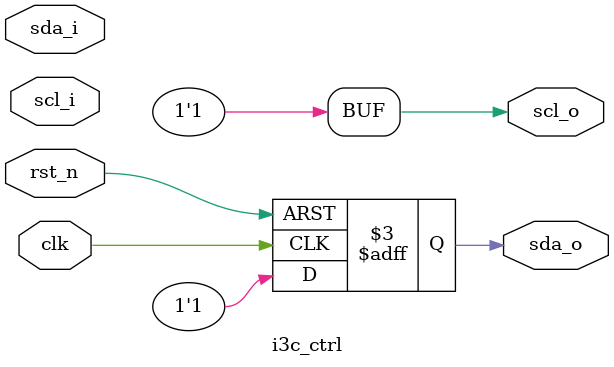
<source format=sv>
module i3c_ctrl (
    input clk,
    input rst_n,
    // Interface to AHB

    // Interface to SDA/SCL
    input  sda_i,
    output sda_o,
    input  scl_i,
    output scl_o
);

  always_ff @(posedge clk or negedge rst_n) begin : proc_test
    if (!rst_n) begin
      sda_o <= '0;
    end else begin
      sda_o <= '1;
    end
  end

  assign scl_o = '1;

endmodule

</source>
